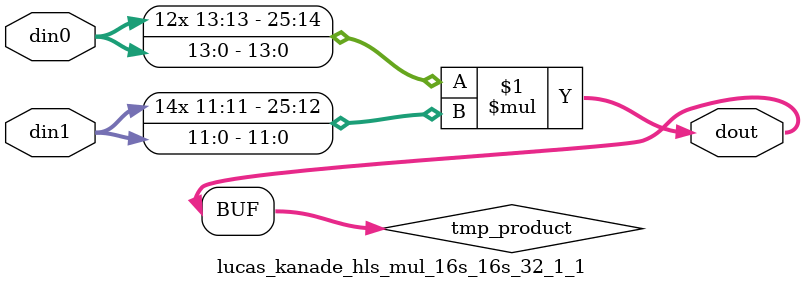
<source format=v>

`timescale 1 ns / 1 ps

 (* DowngradeIPIdentifiedWarnings="yes" *) module lucas_kanade_hls_mul_16s_16s_32_1_1(din0, din1, dout);
parameter ID = 1;
parameter NUM_STAGE = 0;
parameter din0_WIDTH = 14;
parameter din1_WIDTH = 12;
parameter dout_WIDTH = 26;

input [din0_WIDTH - 1 : 0] din0; 
input [din1_WIDTH - 1 : 0] din1; 
output [dout_WIDTH - 1 : 0] dout;

wire signed [dout_WIDTH - 1 : 0] tmp_product;



























assign tmp_product = $signed(din0) * $signed(din1);








assign dout = tmp_product;





















endmodule

</source>
